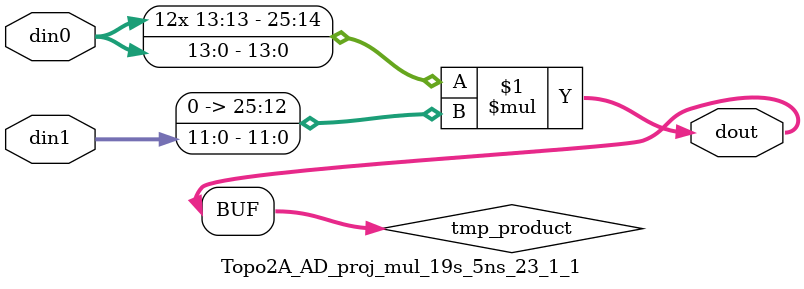
<source format=v>

`timescale 1 ns / 1 ps

 module Topo2A_AD_proj_mul_19s_5ns_23_1_1(din0, din1, dout);
parameter ID = 1;
parameter NUM_STAGE = 0;
parameter din0_WIDTH = 14;
parameter din1_WIDTH = 12;
parameter dout_WIDTH = 26;

input [din0_WIDTH - 1 : 0] din0; 
input [din1_WIDTH - 1 : 0] din1; 
output [dout_WIDTH - 1 : 0] dout;

wire signed [dout_WIDTH - 1 : 0] tmp_product;


























assign tmp_product = $signed(din0) * $signed({1'b0, din1});









assign dout = tmp_product;





















endmodule

</source>
